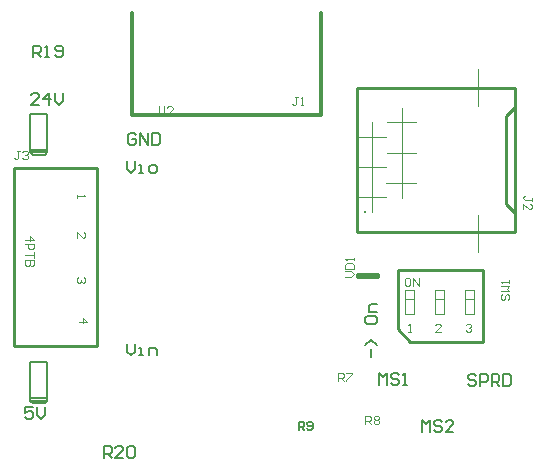
<source format=gto>
G04 Layer_Color=15132400*
%FSLAX24Y24*%
%MOIN*%
G70*
G01*
G75*
%ADD18C,0.0100*%
%ADD39C,0.0079*%
%ADD40C,0.0039*%
%ADD41C,0.0100*%
%ADD42C,0.0118*%
%ADD43C,0.0059*%
D18*
X9823Y13740D02*
X12579D01*
X9823Y19685D02*
X12579D01*
X9823Y13740D02*
Y19685D01*
X12579Y13740D02*
Y19685D01*
X26523Y17568D02*
Y22314D01*
X26494Y22343D02*
X26523Y22314D01*
X21246Y22343D02*
X26494D01*
Y17539D02*
X26523Y17568D01*
X21246Y17539D02*
X26494D01*
X26208Y21398D02*
X26523Y21713D01*
X26208Y18484D02*
X26523Y18169D01*
X26208Y18484D02*
Y21398D01*
X21246Y17539D02*
Y22343D01*
X21235Y16039D02*
X21935D01*
Y16139D01*
X21235D02*
X21935D01*
X21235Y16039D02*
Y16139D01*
X22992Y13858D02*
X25442D01*
X22598Y16260D02*
X25442D01*
X22598Y14291D02*
Y16260D01*
Y14291D02*
X22992Y13858D01*
X25442D02*
Y16260D01*
D39*
X10355Y11923D02*
X10905D01*
X10355D02*
X10430Y11848D01*
X10830D01*
X10906Y11924D01*
X10354D02*
X10430Y11848D01*
X10354Y11924D02*
Y12223D01*
Y11998D02*
X10906D01*
Y11924D02*
Y12173D01*
Y13198D01*
X10354D02*
X10906D01*
X10354Y12223D02*
Y13198D01*
X10355Y20191D02*
X10905D01*
X10355D02*
X10430Y20116D01*
X10830D01*
X10906Y20192D01*
X10354D02*
X10430Y20116D01*
X10354Y20192D02*
Y20491D01*
Y20266D02*
X10906D01*
Y20192D02*
Y20441D01*
Y21466D01*
X10354D02*
X10906D01*
X10354Y20491D02*
Y21466D01*
X13875Y20781D02*
X13809Y20846D01*
X13678D01*
X13612Y20781D01*
Y20518D01*
X13678Y20453D01*
X13809D01*
X13875Y20518D01*
Y20650D01*
X13743D01*
X14006Y20453D02*
Y20846D01*
X14268Y20453D01*
Y20846D01*
X14399D02*
Y20453D01*
X14596D01*
X14662Y20518D01*
Y20781D01*
X14596Y20846D01*
X14399D01*
X13583Y19901D02*
Y19639D01*
X13714Y19508D01*
X13845Y19639D01*
Y19901D01*
X13976Y19508D02*
X14107D01*
X14042D01*
Y19770D01*
X13976D01*
X14370Y19508D02*
X14501D01*
X14567Y19573D01*
Y19705D01*
X14501Y19770D01*
X14370D01*
X14304Y19705D01*
Y19573D01*
X14370Y19508D01*
X13573Y13819D02*
Y13556D01*
X13704Y13425D01*
X13835Y13556D01*
Y13819D01*
X13966Y13425D02*
X14098D01*
X14032D01*
Y13688D01*
X13966D01*
X14294Y13425D02*
Y13688D01*
X14491D01*
X14557Y13622D01*
Y13425D01*
X12795Y10020D02*
Y10413D01*
X12992D01*
X13058Y10348D01*
Y10216D01*
X12992Y10151D01*
X12795D01*
X12926D02*
X13058Y10020D01*
X13451D02*
X13189D01*
X13451Y10282D01*
Y10348D01*
X13386Y10413D01*
X13254D01*
X13189Y10348D01*
X13582D02*
X13648Y10413D01*
X13779D01*
X13845Y10348D01*
Y10085D01*
X13779Y10020D01*
X13648D01*
X13582Y10085D01*
Y10348D01*
X10443Y23364D02*
Y23757D01*
X10640D01*
X10706Y23692D01*
Y23560D01*
X10640Y23495D01*
X10443D01*
X10574D02*
X10706Y23364D01*
X10837D02*
X10968D01*
X10902D01*
Y23757D01*
X10837Y23692D01*
X11165Y23429D02*
X11230Y23364D01*
X11361D01*
X11427Y23429D01*
Y23692D01*
X11361Y23757D01*
X11230D01*
X11165Y23692D01*
Y23626D01*
X11230Y23560D01*
X11427D01*
X10642Y21780D02*
X10380D01*
X10642Y22042D01*
Y22108D01*
X10577Y22174D01*
X10446D01*
X10380Y22108D01*
X10970Y21780D02*
Y22174D01*
X10774Y21977D01*
X11036D01*
X11167Y22174D02*
Y21911D01*
X11298Y21780D01*
X11430Y21911D01*
Y22174D01*
X10440Y11712D02*
X10177D01*
Y11516D01*
X10308Y11581D01*
X10374D01*
X10440Y11516D01*
Y11384D01*
X10374Y11319D01*
X10243D01*
X10177Y11384D01*
X10571Y11712D02*
Y11450D01*
X10702Y11319D01*
X10833Y11450D01*
Y11712D01*
X25203Y12739D02*
X25138Y12805D01*
X25007D01*
X24941Y12739D01*
Y12674D01*
X25007Y12608D01*
X25138D01*
X25203Y12543D01*
Y12477D01*
X25138Y12411D01*
X25007D01*
X24941Y12477D01*
X25335Y12411D02*
Y12805D01*
X25531D01*
X25597Y12739D01*
Y12608D01*
X25531Y12543D01*
X25335D01*
X25728Y12411D02*
Y12805D01*
X25925D01*
X25990Y12739D01*
Y12608D01*
X25925Y12543D01*
X25728D01*
X25859D02*
X25990Y12411D01*
X26122Y12805D02*
Y12411D01*
X26318D01*
X26384Y12477D01*
Y12739D01*
X26318Y12805D01*
X26122D01*
X21988Y12431D02*
Y12825D01*
X22119Y12693D01*
X22251Y12825D01*
Y12431D01*
X22644Y12759D02*
X22579Y12825D01*
X22447D01*
X22382Y12759D01*
Y12693D01*
X22447Y12628D01*
X22579D01*
X22644Y12562D01*
Y12497D01*
X22579Y12431D01*
X22447D01*
X22382Y12497D01*
X22775Y12431D02*
X22907D01*
X22841D01*
Y12825D01*
X22775Y12759D01*
X23406Y10886D02*
Y11279D01*
X23537Y11148D01*
X23668Y11279D01*
Y10886D01*
X24061Y11214D02*
X23996Y11279D01*
X23865D01*
X23799Y11214D01*
Y11148D01*
X23865Y11083D01*
X23996D01*
X24061Y11017D01*
Y10951D01*
X23996Y10886D01*
X23865D01*
X23799Y10951D01*
X24455Y10886D02*
X24193D01*
X24455Y11148D01*
Y11214D01*
X24389Y11279D01*
X24258D01*
X24193Y11214D01*
X21703Y13366D02*
Y13629D01*
X21900Y13760D02*
X21703Y13957D01*
X21506Y13760D01*
Y14678D02*
Y14547D01*
X21572Y14481D01*
X21834D01*
X21900Y14547D01*
Y14678D01*
X21834Y14744D01*
X21572D01*
X21506Y14678D01*
X21900Y14875D02*
X21637D01*
Y15072D01*
X21703Y15137D01*
X21900D01*
D40*
X22746Y18687D02*
Y21687D01*
X22223Y19189D02*
X23207D01*
X22234Y20190D02*
X23218D01*
X22234Y21203D02*
X23218D01*
X21234Y20707D02*
X22218D01*
X21234Y19694D02*
X22218D01*
X21223Y18693D02*
X22207D01*
X21746Y18191D02*
Y21191D01*
X25285Y16870D02*
Y18091D01*
Y21752D02*
Y22972D01*
X22835Y14803D02*
X23150D01*
X22835Y15591D02*
X23150D01*
X22835Y14803D02*
Y15591D01*
X23150Y14803D02*
Y15591D01*
X22835Y15315D02*
X23150D01*
X23835Y14807D02*
X24150D01*
X23835Y15594D02*
X24150D01*
X23835Y14807D02*
Y15594D01*
X24150Y14807D02*
Y15594D01*
X23835Y15319D02*
X24150D01*
X24835Y14807D02*
X25150D01*
X24835Y15594D02*
X25150D01*
X24835Y14807D02*
Y15594D01*
X25150Y14807D02*
Y15594D01*
X24835Y15319D02*
X25150D01*
X20610Y12569D02*
Y12844D01*
X20748D01*
X20794Y12798D01*
Y12707D01*
X20748Y12661D01*
X20610D01*
X20702D02*
X20794Y12569D01*
X20886Y12844D02*
X21069D01*
Y12798D01*
X20886Y12615D01*
Y12569D01*
X21516Y11142D02*
Y11417D01*
X21653D01*
X21699Y11371D01*
Y11279D01*
X21653Y11234D01*
X21516D01*
X21608D02*
X21699Y11142D01*
X21791Y11371D02*
X21837Y11417D01*
X21929D01*
X21975Y11371D01*
Y11325D01*
X21929Y11279D01*
X21975Y11234D01*
Y11188D01*
X21929Y11142D01*
X21837D01*
X21791Y11188D01*
Y11234D01*
X21837Y11279D01*
X21791Y11325D01*
Y11371D01*
X21837Y11279D02*
X21929D01*
X9994Y20251D02*
X9902D01*
X9948D01*
Y20022D01*
X9902Y19976D01*
X9857D01*
X9811Y20022D01*
X10086Y20206D02*
X10132Y20251D01*
X10224D01*
X10270Y20206D01*
Y20160D01*
X10224Y20114D01*
X10178D01*
X10224D01*
X10270Y20068D01*
Y20022D01*
X10224Y19976D01*
X10132D01*
X10086Y20022D01*
X26089Y15469D02*
X26043Y15423D01*
Y15331D01*
X26089Y15285D01*
X26135D01*
X26181Y15331D01*
Y15423D01*
X26227Y15469D01*
X26273D01*
X26319Y15423D01*
Y15331D01*
X26273Y15285D01*
X26043Y15561D02*
X26319D01*
X26227Y15653D01*
X26319Y15745D01*
X26043D01*
X26319Y15836D02*
Y15928D01*
Y15882D01*
X26043D01*
X26089Y15836D01*
X14632Y21727D02*
Y21498D01*
X14678Y21452D01*
X14770D01*
X14816Y21498D01*
Y21727D01*
X15091Y21452D02*
X14907D01*
X15091Y21636D01*
Y21682D01*
X15045Y21727D01*
X14953D01*
X14907Y21682D01*
X19268Y22037D02*
X19176D01*
X19222D01*
Y21808D01*
X19176Y21762D01*
X19131D01*
X19085Y21808D01*
X19360Y21762D02*
X19452D01*
X19406D01*
Y22037D01*
X19360Y21991D01*
X27057Y18566D02*
Y18658D01*
Y18612D01*
X26827D01*
X26781Y18658D01*
Y18704D01*
X26827Y18750D01*
X26781Y18291D02*
Y18475D01*
X26965Y18291D01*
X27011D01*
X27057Y18337D01*
Y18429D01*
X27011Y18475D01*
X20856Y16043D02*
X21040D01*
X21132Y16135D01*
X21040Y16227D01*
X20856D01*
Y16319D02*
X21132D01*
Y16457D01*
X21086Y16502D01*
X20902D01*
X20856Y16457D01*
Y16319D01*
X21132Y16594D02*
Y16686D01*
Y16640D01*
X20856D01*
X20902Y16594D01*
X11959Y14542D02*
X12235D01*
X12097Y14680D01*
Y14496D01*
X12139Y16030D02*
X12185Y15984D01*
Y15892D01*
X12139Y15846D01*
X12093D01*
X12047Y15892D01*
Y15938D01*
Y15892D01*
X12001Y15846D01*
X11955D01*
X11909Y15892D01*
Y15984D01*
X11955Y16030D01*
X11909Y17346D02*
Y17530D01*
X12093Y17346D01*
X12139D01*
X12185Y17392D01*
Y17484D01*
X12139Y17530D01*
X11909Y18780D02*
Y18688D01*
Y18734D01*
X12185D01*
X12139Y18780D01*
X10190Y17284D02*
X10466D01*
X10328Y17421D01*
Y17238D01*
X10190Y17146D02*
X10466D01*
Y17008D01*
X10420Y16962D01*
X10328D01*
X10282Y17008D01*
Y17146D01*
X10466Y16870D02*
Y16687D01*
Y16778D01*
X10190D01*
X10466Y16595D02*
X10190D01*
Y16457D01*
X10236Y16411D01*
X10282D01*
X10328Y16457D01*
Y16595D01*
Y16457D01*
X10374Y16411D01*
X10420D01*
X10466Y16457D01*
Y16595D01*
X22953Y14213D02*
X23045D01*
X22999D01*
Y14488D01*
X22953Y14442D01*
X24031Y14213D02*
X23848D01*
X24031Y14396D01*
Y14442D01*
X23985Y14488D01*
X23894D01*
X23848Y14442D01*
X22972Y16024D02*
X22881D01*
X22835Y15978D01*
Y15794D01*
X22881Y15748D01*
X22972D01*
X23018Y15794D01*
Y15978D01*
X22972Y16024D01*
X23110Y15748D02*
Y16024D01*
X23294Y15748D01*
Y16024D01*
X24871Y14442D02*
X24917Y14488D01*
X25009D01*
X25055Y14442D01*
Y14396D01*
X25009Y14350D01*
X24963D01*
X25009D01*
X25055Y14304D01*
Y14259D01*
X25009Y14213D01*
X24917D01*
X24871Y14259D01*
D41*
X21496Y18191D02*
D03*
D42*
X13750Y21437D02*
X20049D01*
X13750D02*
Y24833D01*
X20049Y24636D02*
Y24833D01*
Y21437D02*
Y24636D01*
D43*
X19301Y10945D02*
Y11220D01*
X19439D01*
X19485Y11174D01*
Y11083D01*
X19439Y11037D01*
X19301D01*
X19393D02*
X19485Y10945D01*
X19577Y10991D02*
X19623Y10945D01*
X19714D01*
X19760Y10991D01*
Y11174D01*
X19714Y11220D01*
X19623D01*
X19577Y11174D01*
Y11129D01*
X19623Y11083D01*
X19760D01*
M02*

</source>
